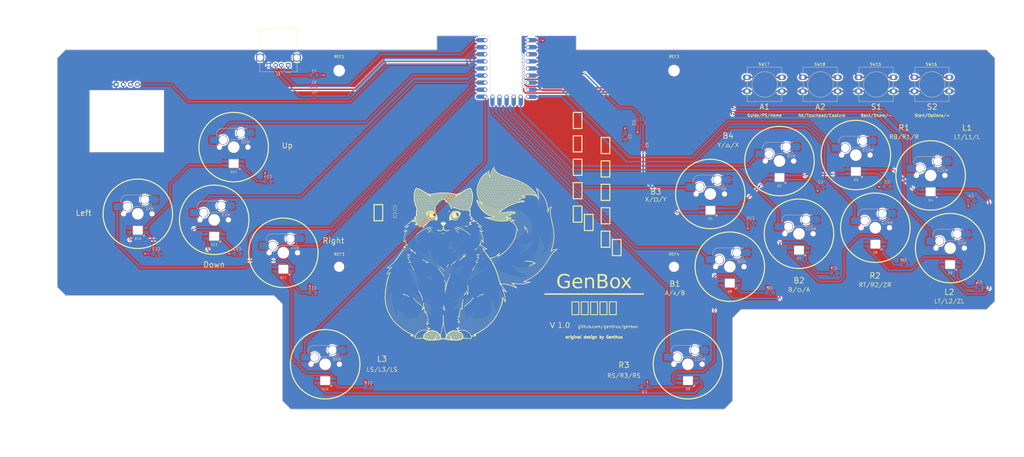
<source format=kicad_pcb>
(kicad_pcb (version 20221018) (generator pcbnew)
  (layers (0 "F.Cu" signal) (31 "B.Cu" signal) (34 "B.Paste" user) (35 "F.Paste" user) (36 "B.SilkS" user "B.Silkscreen") (37 "F.SilkS" user "F.Silkscreen") (38 "B.Mask" user) (39 "F.Mask" user) (44 "Edge.Cuts" user))
  (net 0 "")
  (net 1 "LEFT")
  (net 2 "GND")
  (net 3 "L2")
  (net 4 "DOWN")
  (net 5 "RIGHT")
  (net 6 "UP")
  (net 7 "L3")
  (net 8 "B3")
  (net 9 "B1")
  (net 10 "B4")
  (net 11 "R1")
  (net 12 "R3")
  (net 13 "B2")
  (net 14 "R2")
  (net 15 "L1")
  (net 16 "A2")
  (net 17 "A1")
  (net 18 "S2")
  (net 19 "S1")
  (net 20 "+5V")
  (net 21 "OLED SCL")
  (net 22 "OLED SDA")
  (net 24 "Net-(D1-DIN)")
  (net 25 "Net-(D1-DOUT)")
  (net 26 "Net-(D2-DOUT)")
  (net 27 "Net-(D3-DOUT)")
  (net 28 "Net-(D4-DOUT)")
  (net 29 "Net-(D5-DOUT)")
  (net 30 "Net-(D6-DOUT)")
  (net 31 "Net-(D7-DOUT)")
  (net 32 "Net-(D8-DOUT)")
  (net 33 "Net-(D10-DIN)")
  (net 34 "Net-(D10-DOUT)")
  (net 35 "Net-(D11-DOUT)")
  (net 36 "Net-(D12-DOUT)")
  (net 37 "Net-(D13-DOUT)")
  (net 39 "Net-(J1-VBUS)")
  (net 40 "Net-(J1-D-)")
  (net 41 "Net-(J1-D+)")
  (net 42 "USBA D-")
  (net 43 "USBA D+")
  (net 44 "Net-(U3-Y)")
  (net 45 "RGB LED")
  (footprint "haku:SK6812-MINI-E_MX" (layer "F.Cu") (at 364.528 91.93503)
    (fp_text reference "D4")
    (fp_text value "SK6812" hide)
    (fp_line (start -1.7 4.4) (end -1.7 7.4) (stroke (width 0.12)) (layer "Edge.Cuts"))
    (fp_line (start -1.7 7.4) (end 1.7 7.4) (stroke (width 0.12)) (layer "Edge.Cuts"))
    (fp_line (start 1.7 4.4) (end -1.7 4.4) (stroke (width 0.12)) (layer "Edge.Cuts"))
    (fp_line (start 1.7 7.4) (end 1.7 4.4) (stroke (width 0.12)) (layer "Edge.Cuts"))
  )
  (footprint "haku:SK6812-MINI-E_MX" (layer "F.Cu") (at 310.3478 86.78223)
    (fp_text reference "D2")
    (fp_text value "SK6812" hide)
    (fp_line (start -1.7 4.4) (end -1.7 7.4) (stroke (width 0.12)) (layer "Edge.Cuts"))
    (fp_line (start -1.7 7.4) (end 1.7 7.4) (stroke (width 0.12)) (layer "Edge.Cuts"))
    (fp_line (start 1.7 4.4) (end -1.7 4.4) (stroke (width 0.12)) (layer "Edge.Cuts"))
    (fp_line (start 1.7 7.4) (end 1.7 4.4) (stroke (width 0.12)) (layer "Edge.Cuts"))
  )
  (footprint "haku:SK6812-MINI-E_MX" (layer "F.Cu") (at 292.55 124.68)
    (fp_text reference "D8")
    (fp_text value "SK6812" hide)
    (fp_line (start -1.7 4.4) (end -1.7 7.4) (stroke (width 0.12)) (layer "Edge.Cuts"))
    (fp_line (start -1.7 7.4) (end 1.7 7.4) (stroke (width 0.12)) (layer "Edge.Cuts"))
    (fp_line (start 1.7 4.4) (end -1.7 4.4) (stroke (width 0.12)) (layer "Edge.Cuts"))
    (fp_line (start 1.7 7.4) (end 1.7 4.4) (stroke (width 0.12)) (layer "Edge.Cuts"))
  )
  (footprint "haku:SW_PUSH-12mm_centered" (layer "F.Cu") (at 365.05 59.28223)
    (fp_text reference "SW16")
    (fp_text value "SW_SPST")
  )
  (footprint "haku:SK6812-MINI-E_MX" (layer "F.Cu") (at 147.55 159.68003)
    (fp_text reference "D10")
    (fp_text value "SK6812" hide)
    (fp_line (start -1.7 4.4) (end -1.7 7.4) (stroke (width 0.12)) (layer "Edge.Cuts"))
    (fp_line (start -1.7 7.4) (end 1.7 7.4) (stroke (width 0.12)) (layer "Edge.Cuts"))
    (fp_line (start 1.7 4.4) (end -1.7 4.4) (stroke (width 0.12)) (layer "Edge.Cuts"))
    (fp_line (start 1.7 7.4) (end 1.7 4.4) (stroke (width 0.12)) (layer "Edge.Cuts"))
  )
  (footprint "haku:SK6812-MINI-E_MX" (layer "F.Cu") (at 317.336 112.86226)
    (fp_text reference "D7")
    (fp_text value "SK6812" hide)
    (fp_line (start -1.7 4.4) (end -1.7 7.4) (stroke (width 0.12)) (layer "Edge.Cuts"))
    (fp_line (start -1.7 7.4) (end 1.7 7.4) (stroke (width 0.12)) (layer "Edge.Cuts"))
    (fp_line (start 1.7 4.4) (end -1.7 4.4) (stroke (width 0.12)) (layer "Edge.Cuts"))
    (fp_line (start 1.7 7.4) (end 1.7 4.4) (stroke (width 0.12)) (layer "Edge.Cuts"))
  )
  (footprint "MountingHole:MountingHole_3.5mm" (layer "F.Cu") (at 152.55 124.72777)
    (fp_text reference "REF3")
    (fp_text value "MountingHole_3.5mm")
  )
  (footprint "haku:SK6812-MINI-E_MX" (layer "F.Cu") (at 132.55 119.68)
    (fp_text reference "D11")
    (fp_text value "SK6812" hide)
    (fp_line (start -1.7 4.4) (end -1.7 7.4) (stroke (width 0.12)) (layer "Edge.Cuts"))
    (fp_line (start -1.7 7.4) (end 1.7 7.4) (stroke (width 0.12)) (layer "Edge.Cuts"))
    (fp_line (start 1.7 4.4) (end -1.7 4.4) (stroke (width 0.12)) (layer "Edge.Cuts"))
    (fp_line (start 1.7 7.4) (end 1.7 4.4) (stroke (width 0.12)) (layer "Edge.Cuts"))
  )
  (footprint "haku:SK6812-MINI-E_MX" (layer "F.Cu") (at 80.39 105.70373)
    (fp_text reference "D13")
    (fp_text value "SK6812" hide)
    (fp_line (start -1.7 4.4) (end -1.7 7.4) (stroke (width 0.12)) (layer "Edge.Cuts"))
    (fp_line (start -1.7 7.4) (end 1.7 7.4) (stroke (width 0.12)) (layer "Edge.Cuts"))
    (fp_line (start 1.7 4.4) (end -1.7 4.4) (stroke (width 0.12)) (layer "Edge.Cuts"))
    (fp_line (start 1.7 7.4) (end 1.7 4.4) (stroke (width 0.12)) (layer "Edge.Cuts"))
  )
  (footprint "haku:SK6812-MINI-E_MX" (layer "F.Cu") (at 371.516 118.01508)
    (fp_text reference "D5")
    (fp_text value "SK6812" hide)
    (fp_line (start -1.7 4.4) (end -1.7 7.4) (stroke (width 0.12)) (layer "Edge.Cuts"))
    (fp_line (start -1.7 7.4) (end 1.7 7.4) (stroke (width 0.12)) (layer "Edge.Cuts"))
    (fp_line (start 1.7 4.4) (end -1.7 4.4) (stroke (width 0.12)) (layer "Edge.Cuts"))
    (fp_line (start 1.7 7.4) (end 1.7 4.4) (stroke (width 0.12)) (layer "Edge.Cuts"))
  )
  (footprint "haku:SK6812-MINI-E_MX" (layer "F.Cu") (at 114.7522 81.78223)
    (fp_text reference "D14")
    (fp_text value "SK6812" hide)
    (fp_line (start -1.7 4.4) (end -1.7 7.4) (stroke (width 0.12)) (layer "Edge.Cuts"))
    (fp_line (start -1.7 7.4) (end 1.7 7.4) (stroke (width 0.12)) (layer "Edge.Cuts"))
    (fp_line (start 1.7 4.4) (end -1.7 4.4) (stroke (width 0.12)) (layer "Edge.Cuts"))
    (fp_line (start 1.7 7.4) (end 1.7 4.4) (stroke (width 0.12)) (layer "Edge.Cuts"))
  )
  (footprint "Connector_USB:USB_A_Molex_67643_Horizontal" (layer "F.Cu") (at 134.3 52.39 180)
    (fp_text reference "J1")
    (fp_text value "USB_A")
  )
  (footprint "haku:SW_PUSH-12mm_centered" (layer "F.Cu") (at 325.05 59.28223)
    (fp_text reference "SW18")
    (fp_text value "SW_SPST")
  )
  (footprint "MountingHole:MountingHole_4mm" (layer "F.Cu") (at 152.55 54.33)
    (fp_text reference "REF1")
    (fp_text value "MountingHole_4mm")
  )
  (footprint "haku:hakuSilk" (layer "F.Cu") (at 200 120.867271)
    (fp_text reference "G***" hide)
    (fp_text value "LOGO" hide)
  )
  (footprint "haku:SK6812-MINI-E_MX" (layer "F.Cu") (at 277.55 159.68003)
    (fp_text reference "D9")
    (fp_text value "SK6812" hide)
    (fp_line (start -1.7 4.4) (end -1.7 7.4) (stroke (width 0.12)) (layer "Edge.Cuts"))
    (fp_line (start -1.7 7.4) (end 1.7 7.4) (stroke (width 0.12)) (layer "Edge.Cuts"))
    (fp_line (start 1.7 4.4) (end -1.7 4.4) (stroke (width 0.12)) (layer "Edge.Cuts"))
    (fp_line (start 1.7 7.4) (end 1.7 4.4) (stroke (width 0.12)) (layer "Edge.Cuts"))
  )
  (footprint "haku:SW_PUSH-12mm_centered" (layer "F.Cu") (at 305.05 59.28223)
    (fp_text reference "SW17")
    (fp_text value "SW_SPST")
  )
  (footprint "MountingHole:MountingHole_3.5mm" (layer "F.Cu") (at 272.55 124.72777)
    (fp_text reference "REF4")
    (fp_text value "MountingHole_3.5mm")
  )
  (footprint "haku:SW_PUSH-12mm_centered" (layer "F.Cu") (at 345.05 59.28223)
    (fp_text reference "SW15")
    (fp_text value "SW_SPST")
  )
  (footprint "haku:SK6812-MINI-E_MX" (layer "F.Cu") (at 344.71 110.70373)
    (fp_text reference "D6")
    (fp_text value "SK6812" hide)
    (fp_line (start -1.7 4.4) (end -1.7 7.4) (stroke (width 0.12)) (layer "Edge.Cuts"))
    (fp_line (start -1.7 7.4) (end 1.7 7.4) (stroke (width 0.12)) (layer "Edge.Cuts"))
    (fp_line (start 1.7 4.4) (end -1.7 4.4) (stroke (width 0.12)) (layer "Edge.Cuts"))
    (fp_line (start 1.7 7.4) (end 1.7 4.4) (stroke (width 0.12)) (layer "Edge.Cuts"))
  )
  (footprint "haku:SK6812-MINI-E_MX" (layer "F.Cu") (at 337.722 84.62373)
    (fp_text reference "D3")
    (fp_text value "SK6812" hide)
    (fp_line (start -1.7 4.4) (end -1.7 7.4) (stroke (width 0.12)) (layer "Edge.Cuts"))
    (fp_line (start -1.7 7.4) (end 1.7 7.4) (stroke (width 0.12)) (layer "Edge.Cuts"))
    (fp_line (start 1.7 4.4) (end -1.7 4.4) (stroke (width 0.12)) (layer "Edge.Cuts"))
    (fp_line (start 1.7 7.4) (end 1.7 4.4) (stroke (width 0.12)) (layer "Edge.Cuts"))
  )
  (footprint "haku:SK6812-MINI-E_MX" (layer "F.Cu") (at 107.764 107.86223)
    (fp_text reference "D12")
    (fp_text value "SK6812" hide)
    (fp_line (start -1.7 4.4) (end -1.7 7.4) (stroke (width 0.12)) (layer "Edge.Cuts"))
    (fp_line (start -1.7 7.4) (end 1.7 7.4) (stroke (width 0.12)) (layer "Edge.Cuts"))
    (fp_line (start 1.7 4.4) (end -1.7 4.4) (stroke (width 0.12)) (layer "Edge.Cuts"))
    (fp_line (start 1.7 7.4) (end 1.7 4.4) (stroke (width 0.12)) (layer "Edge.Cuts"))
  )
  (footprint "haku:SK6812-MINI-E_MX" (layer "F.Cu") (at 285.6 98.55)
    (fp_text reference "D1")
    (fp_text value "SK6812" hide)
    (fp_line (start -1.7 4.4) (end -1.7 7.4) (stroke (width 0.12)) (layer "Edge.Cuts"))
    (fp_line (start -1.7 7.4) (end 1.7 7.4) (stroke (width 0.12)) (layer "Edge.Cuts"))
    (fp_line (start 1.7 4.4) (end -1.7 4.4) (stroke (width 0.12)) (layer "Edge.Cuts"))
    (fp_line (start 1.7 7.4) (end 1.7 4.4) (stroke (width 0.12)) (layer "Edge.Cuts"))
  )
  (footprint "haku:OLED-128x64" (layer "F.Cu") (at 76.45 59.3)
    (fp_text reference "U1" hide)
    (fp_text value "DM-OLED096-636")
    (fp_rect (start -13.3 2.1) (end 13.3 24.3) (stroke (width 0.05)) (fill none) (layer "Edge.Cuts"))
  )
  (footprint "MountingHole:MountingHole_4mm" (layer "F.Cu") (at 272.55 54.33)
    (fp_text reference "REF2")
    (fp_text value "MountingHole_4mm")
  )
  (footprint "Capacitor_SMD:C_0805_2012Metric_Pad1.18x1.45mm_HandSolder" (layer "B.Cu") (at 87 120 180)
    (fp_text reference "C13")
    (fp_text value "100nF")
  )
  (footprint "PCM_marbastlib-mx:SW_MX_HS_1u" (layer "B.Cu") (at 317.336 112.86226 180)
    (fp_text reference "MX12")
    (fp_text value "MX_SW_HS")
  )
  (footprint "Capacitor_SMD:C_0805_2012Metric_Pad1.18x1.45mm_HandSolder" (layer "B.Cu") (at 127 94 180)
    (fp_text reference "C14")
    (fp_text value "100nF")
  )
  (footprint "Capacitor_SMD:C_0805_2012Metric_Pad1.18x1.45mm_HandSolder" (layer "B.Cu") (at 325 96 180)
    (fp_text reference "C2")
    (fp_text value "100nF")
  )
  (footprint "Capacitor_SMD:C_0805_2012Metric_Pad1.18x1.45mm_HandSolder" (layer "B.Cu") (at 379 101 180)
    (fp_text reference "C4")
    (fp_text value "100nF")
  )
  (footprint "Capacitor_SMD:C_0805_2012Metric_Pad1.18x1.45mm_HandSolder" (layer "B.Cu") (at 349 96 180)
    (fp_text reference "C3")
    (fp_text value "100nF")
  )
  (footprint "PCM_marbastlib-mx:SW_MX_HS_1u" (layer "B.Cu") (at 337.722 84.62373 180)
    (fp_text reference "MX10")
    (fp_text value "MX_SW_HS")
  )
  (footprint "PCM_marbastlib-mx:SW_MX_HS_1u" (layer "B.Cu") (at 371.516 118.01508 180)
    (fp_text reference "MX2")
    (fp_text value "MX_SW_HS")
  )
  (footprint "Capacitor_SMD:C_0805_2012Metric_Pad1.18x1.45mm_HandSolder" (layer "B.Cu") (at 382 132 180)
    (fp_text reference "C5")
    (fp_text value "100nF")
  )
  (footprint "Capacitor_SMD:C_0805_2012Metric_Pad1.18x1.45mm_HandSolder" (layer "B.Cu") (at 355.0375 124 180)
    (fp_text reference "C6")
    (fp_text value "100nF")
  )
  (footprint "PCM_marbastlib-mx:SW_MX_HS_1u" (layer "B.Cu") (at 292.55 124.68 180)
    (fp_text reference "MX8")
    (fp_text value "MX_SW_HS")
  )
  (footprint "PCM_marbastlib-mx:SW_MX_HS_1u" (layer "B.Cu") (at 80.39 105.70373 180)
    (fp_text reference "MX1")
    (fp_text value "MX_SW_HS")
  )
  (footprint "PCM_marbastlib-mx:SW_MX_HS_1u" (layer "B.Cu") (at 285.5619 98.60003 180)
    (fp_text reference "MX7")
    (fp_text value "MX_SW_HS")
  )
  (footprint "Fuse:Fuse_0805_2012Metric_Pad1.15x1.40mm_HandSolder" (layer "B.Cu") (at 143.5 56)
    (fp_text reference "F1")
    (fp_text value "1A")
  )
  (footprint "PCM_marbastlib-mx:SW_MX_HS_1u" (layer "B.Cu") (at 364.528 91.93503 180)
    (fp_text reference "MX14")
    (fp_text value "MX_SW_HS")
  )
  (footprint "PCM_marbastlib-mx:SW_MX_HS_1u" (layer "B.Cu") (at 147.55 159.68003 180)
    (fp_text reference "MX6")
    (fp_text value "MX_SW_HS")
  )
  (footprint "PCM_marbastlib-mx:SW_MX_HS_1u" (layer "B.Cu") (at 344.71 110.70373 180)
    (fp_text reference "MX13")
    (fp_text value "MX_SW_HS")
  )
  (footprint "Resistor_SMD:R_0603_1608Metric_Pad0.98x0.95mm_HandSolder" (layer "B.Cu") (at 261.5 81 90)
    (fp_text reference "R3")
    (fp_text value "22Ω")
  )
  (footprint "PCM_marbastlib-mx:SW_MX_HS_1u" (layer "B.Cu") (at 310.3478 86.78223 180)
    (fp_text reference "MX9")
    (fp_text value "MX_SW_HS")
  )
  (footprint "Capacitor_SMD:C_0805_2012Metric_Pad1.18x1.45mm_HandSolder" (layer "B.Cu") (at 116 120 180)
    (fp_text reference "C12")
    (fp_text value "100nF")
  )
  (footprint "Capacitor_SMD:C_0805_2012Metric_Pad1.18x1.45mm_HandSolder" (layer "B.Cu") (at 330 127 180)
    (fp_text reference "C7")
    (fp_text value "100nF")
  )
  (footprint "Capacitor_SMD:C_0805_2012Metric_Pad1.18x1.45mm_HandSolder" (layer "B.Cu") (at 300 109 180)
    (fp_text reference "C15")
    (fp_text value "100nF")
  )
  (footprint "Package_TO_SOT_SMD:SOT-23-5" (layer "B.Cu") (at 260.5 73 -90)
    (fp_text reference "U3")
    (fp_text value "SN74LV1T34DBV")
  )
  (footprint "Capacitor_SMD:C_0805_2012Metric_Pad1.18x1.45mm_HandSolder" (layer "B.Cu") (at 262 168)
    (fp_text reference "C9")
    (fp_text value "100nF")
  )
  (footprint "PCM_marbastlib-mx:SW_MX_HS_1u" (layer "B.Cu") (at 277.55 159.68003 180)
    (fp_text reference "MX11")
    (fp_text value "MX_SW_HS")
  )
  (footprint "Capacitor_SMD:C_0805_2012Metric_Pad1.18x1.45mm_HandSolder" (layer "B.Cu") (at 143 134 180)
    (fp_text reference "C11")
    (fp_text value "100nF")
  )
  (footprint "PCM_marbastlib-mx:SW_MX_HS_1u" (layer "B.Cu") (at 114.7522 81.78223 180)
    (fp_text reference "MX5")
    (fp_text value "MX_SW_HS")
  )
  (footprint "Capacitor_SMD:C_0805_2012Metric_Pad1.18x1.45mm_HandSolder" (layer "B.Cu") (at 163 168 180)
    (fp_text reference "C10")
    (fp_text value "100nF")
  )
  (footprint "Capacitor_SMD:C_0805_2012Metric_Pad1.18x1.45mm_HandSolder" (layer "B.Cu") (at 255 78 90)
    (fp_text reference "C1")
    (fp_text value "100nF")
  )
  (footprint "PCM_marbastlib-mx:SW_MX_HS_1u" (layer "B.Cu") (at 107.764 107.86223 180)
    (fp_text reference "MX3")
    (fp_text value "MX_SW_HS")
  )
  (footprint "Resistor_SMD:R_0603_1608Metric_Pad0.98x0.95mm_HandSolder" (layer "B.Cu") (at 143.5 60 180)
    (fp_text reference "R1")
    (fp_text value "22Ω")
  )
  (footprint "Capacitor_SMD:C_0805_2012Metric_Pad1.18x1.45mm_HandSolder" (layer "B.Cu") (at 307 134 180)
    (fp_text reference "C8")
    (fp_text value "100nF")
  )
  (footprint "haku:rp2040-zero-tht-pads" (layer "B.Cu") (at 212.55 53.56 180)
    (fp_text reference "U2" hide)
    (fp_text value "rp2040-zero" hide)
    (fp_line (start -5.334 -9.25) (end 6 -9.25) (stroke (width 0.12)) (layer "Edge.Cuts"))
    (fp_line (start -5.334 11.75) (end -5.334 -9.25) (stroke (width 0.12)) (layer "Edge.Cuts"))
    (fp_line (start 6 -9.25) (end 6 11.75) (stroke (width 0.12)) (layer "Edge.Cuts"))
  )
  (footprint "Resistor_SMD:R_0603_1608Metric_Pad0.98x0.95mm_HandSolder" (layer "B.Cu") (at 143.5875 63.5)
    (fp_text reference "R2")
    (fp_text value "22Ω")
  )
  (footprint "PCM_marbastlib-mx:SW_MX_HS_1u" (layer "B.Cu") (at 132.55 119.68 180)
    (fp_text reference "MX4")
    (fp_text value "MX_SW_HS")
  )
  (gr_circle locked (center 114.7522 81.78223) (end 127.2022 81.78223) (stroke (width 0.4)) (fill none) (layer "F.SilkS"))
  (gr_circle locked (center 80.39 105.70373) (end 92.84 105.70373) (stroke (width 0.4)) (fill none) (layer "F.SilkS"))
  (gr_circle locked (center 147.55 159.68003) (end 160 159.68003) (stroke (width 0.4)) (fill none) (layer "F.SilkS"))
  (gr_line (start 261.5375 134.5) (end 226.2875 134.5) (stroke (width 0.5)) (layer "F.SilkS"))
  (gr_circle locked (center 310.3478 86.78223) (end 322.7978 86.78223) (stroke (width 0.4)) (fill none) (layer "F.SilkS"))
  (gr_circle locked (center 292.55 124.68) (end 305 124.68) (stroke (width 0.4)) (fill none) (layer "F.SilkS"))
  (gr_circle locked (center 317.336 112.86226) (end 329.786 112.86226) (stroke (width 0.4)) (fill none) (layer "F.SilkS"))
  (gr_circle locked (center 364.528 91.93503) (end 376.978 91.93503) (stroke (width 0.4)) (fill none) (layer "F.SilkS"))
  (gr_circle locked (center 107.764 107.86223) (end 120.214 107.86223) (stroke (width 0.4)) (fill none) (layer "F.SilkS"))
  (gr_circle locked (center 337.722 84.62373) (end 350.172 84.62373) (stroke (width 0.4)) (fill none) (layer "F.SilkS"))
  (gr_circle locked (center 277.55 159.68003) (end 290 159.68003) (stroke (width 0.4)) (fill none) (layer "F.SilkS"))
  (gr_circle locked (center 285.5619 98.60003) (end 298.0119 98.60003) (stroke (width 0.4)) (fill none) (layer "F.SilkS"))
  (gr_circle locked (center 344.71 110.70373) (end 357.16 110.70373) (stroke (width 0.4)) (fill none) (layer "F.SilkS"))
  (gr_circle locked (center 132.55 119.68) (end 145 119.68) (stroke (width 0.4)) (fill none) (layer "F.SilkS"))
  (gr_circle locked (center 371.516 118.01508) (end 383.966 118.01508) (stroke (width 0.4)) (fill none) (layer "F.SilkS"))
  (gr_line locked (start 54.546 46.83) (end 51.546 49.83) (stroke (width 0.2)) (layer "Edge.Cuts"))
  (gr_line locked (start 187.55 46.83) (end 54.546 46.83) (stroke (width 0.2)) (layer "Edge.Cuts"))
  (gr_line locked (start 387.546 137.0688) (end 387.546 49.83) (stroke (width 0.2)) (layer "Edge.Cuts"))
  (gr_line locked (start 384.546 46.83) (end 237.55 46.83) (stroke (width 0.2)) (layer "Edge.Cuts"))
  (gr_line locked (start 290.55 175.83) (end 293.55 172.83) (stroke (width 0.2)) (layer "Edge.Cuts"))
  (gr_line locked (start 135.209 175.83) (end 290.55 175.83) (stroke (width 0.2)) (layer "Edge.Cuts"))
  (gr_line locked (start 296.55 140.0688) (end 384.546 140.0688) (stroke (width 0.2)) (layer "Edge.Cuts"))
  (gr_line locked (start 293.55 172.83) (end 293.55 143.0688) (stroke (width 0.2)) (layer "Edge.Cuts"))
  (gr_line locked (start 51.546 49.83) (end 51.546 132.0688) (stroke (width 0.2)) (layer "Edge.Cuts"))
  (gr_line locked (start 293.55 143.0688) (end 296.55 140.0688) (stroke (width 0.2)) (layer "Edge.Cuts"))
  (gr_line (start 217.884 41.81) (end 237.55 41.81) (stroke (width 0.1)) (layer "Edge.Cuts"))
  (gr_line (start 237.55 46.83) (end 237.55 41.81) (stroke (width 0.2)) (layer "Edge.Cuts"))
  (gr_line locked (start 132.209 138.0688) (end 132.209 172.83) (stroke (width 0.2)) (layer "Edge.Cuts"))
  (gr_line locked (start 54.546 135.0688) (end 129.209 135.0688) (stroke (width 0.2)) (layer "Edge.Cuts"))
  (gr_line locked (start 129.209 135.0688) (end 132.209 138.0688) (stroke (width 0.2)) (layer "Edge.Cuts"))
  (gr_line locked (start 51.546 132.0688) (end 54.546 135.0688) (stroke (width 0.2)) (layer "Edge.Cuts"))
  (gr_line locked (start 384.546 140.0688) (end 387.546 137.0688) (stroke (width 0.2)) (layer "Edge.Cuts"))
  (gr_line locked (start 387.546 49.83) (end 384.546 46.83) (stroke (width 0.2)) (layer "Edge.Cuts"))
  (gr_line (start 187.55 41.81) (end 187.55 46.83) (stroke (width 0.2)) (layer "Edge.Cuts"))
  (gr_line (start 206.55 41.81) (end 187.55 41.81) (stroke (width 0.2)) (layer "Edge.Cuts"))
  (gr_line locked (start 132.209 172.83) (end 135.209 175.83) (stroke (width 0.2)) (layer "Edge.Cuts"))
  (gr_text locked "Guide/PS/Home" (at 305 71) (layer "F.SilkS") (effects (font (size 1 1) (thickness 0.1875)) (justify bottom)))
  (gr_text locked "B4" (at 291.95 78.9) (layer "F.SilkS") (effects (font (size 2 2) (thickness 0.25)) (justify bottom)))
  (gr_text "は\nく" (at 172.5 107) (layer "F.SilkS") (effects (font (size 1.5 1.5)) (justify bottom)))
  (gr_text locked "X/□/Y" (at 266 101.4) (layer "F.SilkS") (effects (font (size 1.5 1.5) (thickness 0.1875)) (justify bottom)))
  (gr_text locked "NA/Touchpad/Capture" (at 325.5 71) (layer "F.SilkS") (effects (font (size 1 1) (thickness 0.1875)) (justify bottom)))
  (gr_text "github.com/genthus/genbox" (at 238.0375 146.75) (layer "F.SilkS") (effects (font (size 1 1)) (justify left bottom)))
  (gr_text locked "R3" (at 254.6 161.15) (layer "F.SilkS") (effects (font (size 2 2) (thickness 0.25)) (justify bottom)))
  (gr_text locked "LT/L1/L" (at 377.55 79.05) (layer "F.SilkS") (effects (font (size 1.5 1.5) (thickness 0.1875)) (justify bottom)))
  (gr_text locked "Start/Options/+" (at 365.05 71) (layer "F.SilkS") (effects (font (size 1 1) (thickness 0.1875)) (justify bottom)))
  (gr_text locked "A/x/B" (at 272.9 135) (layer "F.SilkS") (effects (font (size 1.5 1.5) (thickness 0.1875)) (justify bottom)))
  (gr_text locked "S2" (at 365.05 68.5) (layer "F.SilkS") (effects (font (size 2 2) (thickness 0.25)) (justify bottom)))
  (gr_text "original design by Genthus\n" (at 243.9125 150.5) (layer "F.SilkS") (effects (font (size 1 1) (thickness 0.25) bold) (justify bottom)))
  (gr_text locked "Left" (at 58 106.55) (layer "F.SilkS") (effects (font (size 2 2) (thickness 0.25)) (justify left bottom)))
  (gr_text locked "R1" (at 355 76) (layer "F.SilkS") (effects (font (size 2 2) (thickness 0.25)) (justify bottom)))
  (gr_text "戦\nい\nの\n中\nに" (at 248 117.5) (layer "F.SilkS") (effects (font (size 5 5) (thickness 1) bold) (justify bottom)))
  (gr_text "答\nえ\nは\nあ\nる" (at 238 108.5) (layer "F.SilkS") (effects (font (size 5 5) (thickness 1) bold) (justify bottom)))
  (gr_text locked "Right" (at 146.5 116.5) (layer "F.SilkS") (effects (font (size 2 2) (thickness 0.25)) (justify left bottom)))
  (gr_text locked "B1" (at 272.9 132) (layer "F.SilkS") (effects (font (size 2 2) (thickness 0.25)) (justify bottom)))
  (gr_text locked "L1" (at 377.55 76.05) (layer "F.SilkS") (effects (font (size 2 2) (thickness 0.25)) (justify bottom)))
  (gr_text locked "RT/R2/ZR" (at 344.6 132.1) (layer "F.SilkS") (effects (font (size 1.5 1.5) (thickness 0.1875)) (justify bottom)))
  (gr_text locked "A1" (at 305 68.5) (layer "F.SilkS") (effects (font (size 2 2) (thickness 0.25)) (justify bottom)))
  (gr_text locked "B2\n" (at 317.35 130.8) (layer "F.SilkS") (effects (font (size 2 2) (thickness 0.25)) (justify bottom)))
  (gr_text locked "Down" (at 103.7 125.1) (layer "F.SilkS") (effects (font (size 2 2) (thickness 0.25)) (justify left bottom)))
  (gr_text "ゲンボクス" (at 243.9125 141.75) (layer "F.SilkS") (effects (font (size 4 4) (thickness 0.8) bold) (justify bottom)))
  (gr_text locked "S1" (at 345.05 68.5) (layer "F.SilkS") (effects (font (size 2 2) (thickness 0.25)) (justify bottom)))
  (gr_text locked "L2" (at 371.2 134.95) (layer "F.SilkS") (effects (font (size 2 2) (thickness 0.25)) (justify bottom)))
  (gr_text locked "LS/L3/LS" (at 167.9 162.45) (layer "F.SilkS") (effects (font (size 1.5 1.5) (thickness 0.1875)) (justify bottom)))
  (gr_text "白" (at 164.5 108) (layer "F.SilkS") (effects (font (size 5 5)) (justify left bottom)))
  (gr_text locked "Up" (at 131.85 82.35) (layer "F.SilkS") (effects (font (size 2 2) (thickness 0.25)) (justify left bottom)))
  (gr_text locked "R2" (at 344.6 129.1) (layer "F.SilkS") (effects (font (size 2 2) (thickness 0.25)) (justify bottom)))
  (gr_text "V 1.0" (at 228.0375 147) (layer "F.SilkS") (effects (font (size 2 2) (thickness 0.25)) (justify left bottom)))
  (gr_text locked "RB/R1/R" (at 355 79) (layer "F.SilkS") (effects (font (size 1.5 1.5) (thickness 0.1875)) (justify bottom)))
  (gr_text locked "RS/R3/RS" (at 254.6 164.65) (layer "F.SilkS") (effects (font (size 1.5 1.5) (thickness 0.1875)) (justify bottom)))
  (gr_text locked "B/○/A" (at 317.35 133.8) (layer "F.SilkS") (effects (font (size 1.5 1.5) (thickness 0.1875)) (justify bottom)))
  (gr_text locked "Back/Share/-" (at 345.05 71) (layer "F.SilkS") (effects (font (size 1 1) (thickness 0.1875)) (justify bottom)))
  (gr_text locked "A2" (at 325 68.5) (layer "F.SilkS") (effects (font (size 2 2) (thickness 0.25)) (justify bottom)))
  (gr_text locked "L3" (at 167.9 158.95) (layer "F.SilkS") (effects (font (size 2 2) (thickness 0.25)) (justify bottom)))
  (gr_text locked "B3" (at 266 98.9) (layer "F.SilkS") (effects (font (size 2 2) (thickness 0.25)) (justify bottom)))
  (gr_text locked "Y/△/X" (at 291.95 81.9) (layer "F.SilkS") (effects (font (size 1.5 1.5) (thickness 0.1875)) (justify bottom)))
  (gr_text "。" (at 242 111.5) (layer "F.SilkS") (effects (font (size 5 5) (thickness 1) bold) (justify bottom)))
  (gr_text "、" (at 252 120.5) (layer "F.SilkS") (effects (font (size 5 5) (thickness 1) bold) (justify bottom)))
  (gr_text locked "LT/L2/ZL" (at 371.2 137.95) (layer "F.SilkS") (effects (font (size 1.5 1.5) (thickness 0.1875)) (justify bottom)))
  (gr_text "GenBox" (at 243.9125 133.25) (layer "F.SilkS") (effects (font (size 5 5) (thickness 0.625)) (justify bottom)))
  (segment (start 201.36 58.64) (end 149.5 110.5) (width 0.5) (layer "B.Cu") (net 1))
  (segment (start 120.5 123.5) (end 119 125) (width 0.5) (layer "B.Cu") (net 1))
  (segment (start 149.5 110.5) (end 124 110.5) (width 0.5) (layer "B.Cu") (net 1))
  (segment (start 119 125) (end 81.5 125) (width 0.5) (layer "B.Cu") (net 1))
  (segment (start 81.5 125) (end 73.03 116.53) (width 0.5) (layer "B.Cu") (net 1))
  (segment (start 73.03 116.53) (end 73.03 103.16373) (width 0.5) (layer "B.Cu") (net 1))
  (segment (start 120.5 114) (end 120.5 123.5) (width 0.5) (layer "B.Cu") (net 1))
  (segment (start 124 110.5) (end 120.5 114) (width 0.5) (layer "B.Cu") (net 1))
  (segment (start 204.93 58.64) (end 201.36 58.64) (width 0.5) (layer "B.Cu") (net 1))
  (segment (start 218.646 47.604) (end 218.75 47.5) (width 0.5) (layer "B.Cu") (net 2))
  (segment (start 261.45 71.8625) (end 261.45 70.3) (width 0.5) (layer "B.Cu") (net 2))
  (segment (start 218.646 48.804) (end 218.646 47.604) (width 0.5) (layer "B.Cu") (net 2))
  (segment (start 218.646 61.646) (end 218.646 60.234) (width 0.5) (layer "F.Cu") (net 3))
  (segment (start 219.38 62.38) (end 218.646 61.646) (width 0.5) (layer "F.Cu") (net 3))
  (segment (start 285.88 62.38) (end 219.38 62.38) (width 0.5) (layer "F.Cu") (net 3))
  (segment (start 293.5 70) (end 285.88 62.38) (width 0.5) (layer "F.Cu") (net 3))
  (via (at 293.5 70) (size 0.8) (drill 0.4) (layers "F.Cu" "B.Cu") (net 3))
  (segment (start 364.156 111.656) (end 364.156 115.47508) (width 0.5) (layer "B.Cu") (net 3))
  (segment (start 355 102.5) (end 364.156 111.656) (width 0.5) (layer "B.Cu") (net 3))
  (segment (start 345 70) (end 355 80) (width 0.5) (layer "B.Cu") (net 3))
  (segment (start 293.5 70) (end 345 70) (width 0.5) (layer "B.Cu") (net 3))
  (segment (start 355 80) (end 355 102.5) (width 0.5) (layer "B.Cu") (net 3))
  (segment (start 179.818172 58.5) (end 138.818172 99.5) (width 0.5) (layer "B.Cu") (net 4))
  (segment (start 199 58.5) (end 179.818172 58.5) (width 0.5) (layer "B.Cu") (net 4))
  (segment (start 138.818172 99.5) (end 106.22623 99.5) (width 0.5) (layer "B.Cu") (net 4))
  (segment (start 201.4 56.1) (end 199 58.5) (width 0.5) (layer "B.Cu") (net 4))
  (segment (start 204.93 56.1) (end 201.4 56.1) (width 0.5) (layer "B.Cu") (net 4))
  (segment (start 106.22623 99.5) (end 100.404 105.32223) (width 0.5) (layer "B.Cu") (net 4))
  (segment (start 201.32 61.18) (end 145.36 117.14) (width 0.5) (layer "B.Cu") (net 5))
  (segment (start 204.93 61.18) (end 201.32 61.18) (width 0.5) (layer "B.Cu") (net 5))
  (segment (start 145.36 117.14) (end 125.19 117.14) (width 0.5) (layer "B.Cu") (net 5))
  (segment (start 201 53.5) (end 198.5 56) (width 0.5) (layer "B.Cu") (net 6))
  (segment (start 179.01005 56) (end 162.01005 73) (width 0.5) (layer "B.Cu") (net 6))
  (segment (start 113.63443 73) (end 107.3922 79.24223) (width 0.5) (layer "B.Cu") (net 6))
  (segment (start 204.93 53.56) (end 204.87 53.5) (width 0.5) (layer "B.Cu") (net 6))
  (segment (start 162.01005 73) (end 113.63443 73) (width 0.5) (layer "B.Cu") (net 6))
  (segment (start 204.87 53.5) (end 201 53.5) (width 0.5) (layer "B.Cu") (net 6))
  (segment (start 198.5 56) (end 179.01005 56) (width 0.5) (layer "B.Cu") (net 6))
  (segment (start 204.93 87.07) (end 140.19 151.81) (width 0.5) (layer "B.Cu") (net 7))
  (segment (start 140.19 151.81) (end 140.19 157.14003) (width 0.5) (layer "B.Cu") (net 7))
  (segment (start 204.93 63.72) (end 204.93 87.07) (width 0.5) (layer "B.Cu") (net 7))
  (segment (start 239.56003 96.06003) (end 278.2019 96.06003) (width 0.5) (layer "B.Cu") (net 8))
  (segment (start 212.55 63.72) (end 212.55 69.05) (width 0.5) (layer "B.Cu") (net 8))
  (segment (start 212.55 69.05) (end 239.56003 96.06003) (width 0.5) (layer "B.Cu") (net 8))
  (segment (start 259 118) (end 281.05 118) (width 0.5) (layer "B.Cu") (net 9))
  (segment (start 210.01 69.01) (end 259 118) (width 0.5) (layer "B.Cu") (net 9))
  (segment (start 281.05 118) (end 285.19 122.14) (width 0.5) (layer "B.Cu") (net 9))
  (segment (start 210.01 63.72) (end 210.01 69.01) (width 0.5) (layer "B.Cu") (net 9))
  (segment (start 217.63 69.13) (end 237 88.5) (width 0.5) (layer "B.Cu") (net 10))
  (segment (start 298.73003 88.5) (end 302.9878 84.24223) (width 0.5) (layer "B.Cu") (net 10))
  (segment (start 217.63 63.72) (end 217.63 69.13) (width 0.5) (layer "B.Cu") (net 10))
  (segment (start 237 88.5) (end 298.73003 88.5) (width 0.5) (layer "B.Cu") (net 10))
  (segment (start 292 72.5) (end 320.77827 72.5) (width 0.5) (layer "B.Cu") (net 11))
  (segment (start 320.77827 72.5) (end 330.362 82.08373) (width 0.5) (layer "B.Cu") (net 11))
  (segment (start 232.18 61.18) (end 256.5 85.5) (width 0.5) (layer "B.Cu") (net 11))
  (segment (start 256.5 85.5) (end 279 85.5) (width 0.5) (layer "B.Cu") (net 11))
  (segment (start 220.17 61.18) (end 232.18 61.18) (width 0.5) (layer "B.Cu") (net 11))
  (segment (start 279 85.5) (end 292 72.5) (width 0.5) (layer "B.Cu") (net 11))
  (segment (start 207.47 63.72) (end 207.47 69.47) (width 0.5) (layer "B.Cu") (net 12))
  (segment (start 207.47 69.47) (end 270.19 132.19) (width 0.5) (layer "B.Cu") (net 12))
  (segment (start 270.19 132.19) (end 270.19 157.14003) (width 0.5) (layer "B.Cu") (net 12))
  (segment (start 295.5 90) (end 309.976 104.476) (width 0.5) (layer "B.Cu") (net 13))
  (segment (start 309.976 104.476) (end 309.976 110.32226) (width 0.5) (layer "B.Cu") (net 13))
  (segment (start 215.09 69.09) (end 236 90) (width 0.5) (layer "B.Cu") (net 13))
  (segment (start 236 90) (end 295.5 90) (width 0.5) (layer "B.Cu") (net 13))
  (segment (start 215.09 63.72) (end 215.09 69.09) (width 0.5) (layer "B.Cu") (net 13))
  (segment (start 326.5 92) (end 337.35 102.85) (width 0.5) (layer "B.Cu") (net 14))
  (segment (start 255.5 87) (end 280 87) (width 0.5) (layer "B.Cu") (net 14))
  (segment (start 320 74.5) (end 326.5 81) (width 0.5) (layer "B.Cu") (net 14))
  (segment (start 292.5 74.5) (end 320 74.5) (width 0.5) (layer "B.Cu") (net 14))
  (segment (start 280 87) (end 292.5 74.5) (width 0.5) (layer "B.Cu") (net 14))
  (segment (start 232.22 63.72) (end 255.5 87) (width 0.5) (layer "B.Cu") (net 14))
  (segment (start 326.5 81) (end 326.5 92) (width 0.5) (layer "B.Cu") (net 14))
  (segment (start 220.17 63.72) (end 232.22 63.72) (width 0.5) (layer "B.Cu") (net 14))
  (segment (start 337.35 102.85) (end 337.35 108.16373) (width 0.5) (layer "B.Cu") (net 14))
  (segment (start 219.757751 59.98) (end 218.741751 58.964) (width 0.5) (layer "F.Cu") (net 15))
  (segment (start 287.5 61.5) (end 225.343528 61.5) (width 0.5) (layer "F.Cu") (net 15))
  (segment (start 218.741751 58.964) (end 218.646 58.964) (width 0.5) (layer "F.Cu") (net 15))
  (segment (start 223.823528 59.98) (end 219.757751 59.98) (width 0.5) (layer "F.Cu") (net 15))
  (segment (start 225.343528 61.5) (end 223.823528 59.98) (width 0.5) (layer "F.Cu") (net 15))
  (segment (start 294 68) (end 287.5 61.5) (width 0.5) (layer "F.Cu") (net 15))
  (via (at 294 68) (size 0.8) (drill 0.4) (layers "F.Cu" "B.Cu") (net 15))
  (segment (start 294 68) (end 347 68) (width 0.5) (layer "B.Cu") (net 15))
  (segment (start 357.168 78.168) (end 357.168 89.39503) (width 0.5) (layer "B.Cu") (net 15))
  (segment (start 347 68) (end 357.168 78.168) (width 0.5) (layer "B.Cu") (net 15))
  (segment (start 223.98 51.02) (end 226.5 48.5) (width 0.5) (layer "F.Cu") (net 16))
  (segment (start 226.5 48.5) (end 350.45777 48.5) (width 0.5) (layer "F.Cu") (net 16))
  (segment (start 358.7 56.74223) (end 371.2 56.74223) (width 0.5) (layer "F.Cu") (net 16))
  (segment (start 220.17 51.02) (end 223.98 51.02) (width 0.5) (layer "F.Cu") (net 16))
  (segment (start 350.45777 48.5) (end 358.7 56.74223) (width 0.5) (layer "F.Cu") (net 16))
  (segment (start 220.17 53.56) (end 220.61 54) (width 0.5) (layer "F.Cu") (net 17))
  (segment (start 338.7 56.74223) (end 351.2 56.74223) (width 0.5) (layer "F.Cu") (net 17))
  (segment (start 220.61 54) (end 223.5 54) (width 0.5) (layer "F.Cu") (net 17))
  (segment (start 331.45777 49.5) (end 338.7 56.74223) (width 0.5) (layer "F.Cu") (net 17))
  (segment (start 223.5 54) (end 228 49.5) (width 0.5) (layer "F.Cu") (net 17))
  (segment (start 228 49.5) (end 331.45777 49.5) (width 0.5) (layer "F.Cu") (net 17))
  (segment (start 223.4 56.1) (end 225.5 54) (width 0.5) (layer "F.Cu") (net 18))
  (segment (start 316.45777 54.5) (end 318.7 56.74223) (width 0.5) (layer "F.Cu") (net 18))
  (segment (start 292.449343 59.5) (end 297.449343 54.5) (width 0.5) (layer "F.Cu") (net 18))
  (segment (start 225.5 54) (end 241.207291 54) (width 0.5) (layer "F.Cu") (net 18))
  (segment (start 241.207291 54) (end 246.707291 59.5) (width 0.5) (layer "F.Cu") (net 18))
  (segment (start 220.17 56.1) (end 223.4 56.1) (width 0.5) (layer "F.Cu") (net 18))
  (segment (start 318.7 56.74223) (end 331.2 56.74223) (width 0.5) (layer "F.Cu") (net 18))
  (segment (start 297.449343 54.5) (end 316.45777 54.5) (width 0.5) (layer "F.Cu") (net 18))
  (segment (start 246.707291 59.5) (end 292.449343 59.5) (width 0.5) (layer "F.Cu") (net 18))
  (segment (start 298.7 56.74223) (end 311.2 56.74223) (width 0.5) (layer "F.Cu") (net 19))
  (segment (start 223.86 58.64) (end 225.72 60.5) (width 0.5) (layer "F.Cu") (net 19))
  (segment (start 294.94223 60.5) (end 298.7 56.74223) (width 0.5) (layer "F.Cu") (net 19))
  (segment (start 225.72 60.5) (end 294.94223 60.5) (width 0.5) (layer "F.Cu") (net 19))
  (segment (start 220.17 58.64) (end 223.86 58.64) (width 0.5) (layer "F.Cu") (net 19))
  (segment (start 329 125) (end 329 123.5) (width 0.5) (layer "F.Cu") (net 20))
  (segment (start 346 96) (end 344.5 96) (width 0.5) (layer "F.Cu") (net 20))
  (segment (start 162 166) (end 162 165) (width 0.5) (layer "F.Cu") (net 20))
  (segment (start 354 122) (end 354 121) (width 0.5) (layer "F.Cu") (net 20))
  (segment (start 83 120) (end 81.5 120) (width 0.5) (layer "F.Cu") (net 20))
  (segment (start 255 75) (end 255 64) (width 0.5) (layer "F.Cu") (net 20))
  (segment (start 299 111) (end 299 112) (width 0.5) (layer "F.Cu") (net 20))
  (segment (start 378 103) (end 378 104.5) (width 0.5) (layer "F.Cu") (net 20))
  (segment (start 263 166) (end 263 164) (width 0.5) (layer "F.Cu") (net 20))
  (segment (start 113 120) (end 112 120) (width 0.5) (layer "F.Cu") (net 20))
  (segment (start 259.5 76.5) (end 266 76.5) (width 0.5) (layer "F.Cu") (net 20))
  (segment (start 306 132) (end 306 130.5) (width 0.5) (layer "F.Cu") (net 20))
  (segment (start 142 131.5) (end 142 130) (width 0.5) (layer "F.Cu") (net 20))
  (segment (start 324 97.5) (end 324 98.5) (width 0.5) (layer "F.Cu") (net 20))
  (segment (start 381 130.5) (end 381 129) (width 0.5) (layer "F.Cu") (net 20))
  (segment (start 126 91) (end 126 90) (width 0.5) (layer "F.Cu") (net 20))
  (via (at 378 103) (size 0.8) (drill 0.4) (layers "F.Cu" "B.Cu") (net 20))
  (via (at 147 56) (size 0.8) (drill 0.4) (layers "F.Cu" "B.Cu") (net 20))
  (via (at 259.5 76.5) (size 0.8) (drill 0.4) (layers "F.Cu" "B.Cu") (net 20))
  (via (at 126 91) (size 0.8) (drill 0.4) (layers "F.Cu" "B.Cu") (net 20))
  (via (at 324 97.5) (size 0.8) (drill 0.4) (layers "F.Cu" "B.Cu") (net 20))
  (via (at 225.5 43.5) (size 0.8) (drill 0.4) (layers "F.Cu" "B.Cu") (net 20))
  (via (at 306 132) (size 0.8) (drill 0.4) (layers "F.Cu" "B.Cu") (net 20))
  (via (at 354 122) (size 0.8) (drill 0.4) (layers "F.Cu" "B.Cu") (net 20))
  (via (at 329 125) (size 0.8) (drill 0.4) (layers "F.Cu" "B.Cu") (net 20))
  (via (at 346 96) (size 0.8) (drill 0.4) (layers "F.Cu" "B.Cu") (net 20))
  (via (at 113 120) (size 0.8) (drill 0.4) (layers "F.Cu" "B.Cu") (net 20))
  (via (at 162 166) (size 0.8) (drill 0.4) (layers "F.Cu" "B.Cu") (net 20))
  (via (at 255 75) (size 0.8) (drill 0.4) (layers "F.Cu" "B.Cu") (net 20))
  (via (at 142 131.5) (size 0.8) (drill 0.4) (layers "F.Cu" "B.Cu") (net 20))
  (via (at 381 130.5) (size 0.8) (drill 0.4) (layers "F.Cu" "B.Cu") (net 20))
  (via (at 263 166) (size 0.8) (drill 0.4) (layers "F.Cu" "B.Cu") (net 20))
  (via (at 83 120) (size 0.8) (drill 0.4) (layers "F.Cu" "B.Cu") (net 20))
  (via (at 299 111) (size 0.8) (drill 0.4) (layers "F.Cu" "B.Cu") (net 20))
  (segment (start 139 134) (end 141.9625 134) (width 0.5) (layer "B.Cu") (net 20))
  (segment (start 380.9625 130.5375) (end 381 130.5) (width 0.5) (layer "B.Cu") (net 20))
  (segment (start 161.9625 168) (end 161.9625 166.0375) (width 0.5) (layer "B.Cu") (net 20))
  (segment (start 354 124) (end 354 122) (width 0.5) (layer "B.Cu") (net 20))
  (segment (start 305.9625 132.0375) (end 306 132) (width 0.5) (layer "B.Cu") (net 20))
  (segment (start 295.1625 105.2) (end 298.9625 109) (width 0.5) (layer "B.Cu") (net 20))
  (segment (start 328.9625 127) (end 328.9625 125.0375) (width 0.5) (layer "B.Cu") (net 20))
  (segment (start 135.1 126.33) (end 135.1 130.1) (width 0.5) (layer "B.Cu") (net 20))
  (segment (start 123.21997 94) (end 117.6522 88.43223) (width 0.5) (layer "B.Cu") (net 20))
  (segment (start 259.55 76.45) (end 259.5 76.5) (width 0.5) (layer "B.Cu") (net 20))
  (segment (start 348 93.5) (end 347.9625 93.5375) (width 0.5) (layer "B.Cu") (net 20))
  (segment (start 340.622 91.27373) (end 345.77373 91.27373) (width 0.5) (layer "B.Cu") (net 20))
  (segment (start 380.9625 132) (end 380.9625 130.5375) (width 0.5) (layer "B.Cu") (net 20))
  (segment (start 328.9625 125.0375) (end 329 125) (width 0.5) (layer "B.Cu") (net 20))
  (segment (start 225.5 43.5) (end 225.4 43.4) (width 0.5) (layer "B.Cu") (net 20))
  (segment (start 142 133.9625) (end 141.9625 134) (width 0.5) (layer "B.Cu") (net 20))
  (segment (start 161.9625 166.0375) (end 162 166) (width 0.5) (layer "B.Cu") (net 20))
  (segment (start 319.886 119.51226) (end 319.886 122.886) (width 0.5) (layer "B.Cu") (net 20))
  (segment (start 377.9625 101) (end 377.9625 102.9625) (width 0.5) (layer "B.Cu") (net 20))
  (segment (start 347.61 119.89) (end 347.5 120) (width 0.5) (layer "B.Cu") (net 20))
  (segment (start 279.19003 168) (end 263.0375 168) (width 0.5) (layer "B.Cu") (net 20))
  (segment (start 351.5 124) (end 354 124) (width 0.5) (layer "B.Cu") (net 20))
  (segment (start 150.45 166.33003) (end 152.11997 168) (width 0.5) (layer "B.Cu") (net 20))
  (segment (start 295.45 131.33) (end 295.45 132.95) (width 0.5) (layer "B.Cu") (net 20))
  (segment (start 323.9625 97.4625) (end 324 97.5) (width 0.5) (layer "B.Cu") (net 20))
  (segment (start 225.4 43.4) (end 220.17 43.4) (width 0.5) (layer "B.Cu") (net 20))
  (segment (start 114.9625 118.81073) (end 110.664 114.51223) (width 0.5) (layer "B.Cu") (net 20))
  (segment (start 263.0375 166.0375) (end 263 166) (width 0.5) (layer "B.Cu") (net 20))
  (segment (start 85.9625 115.02623) (end 85.9625 120) (width 0.5) (layer "B.Cu") (net 20))
  (segment (start 374.066 124.66508) (end 374.066 128.566) (width 0.5) (layer "B.Cu") (net 20))
  (segment (start 147 56) (end 144.525 56) (width 0.5) (layer "B.Cu") (net 20))
  (segment (start 377.9625 102.9625) (end 378 103) (width 0.5) (layer "B.Cu") (net 20))
  (segment (start 280.45 166.74003) (end 279.19003 168) (width 0.5) (layer "B.Cu") (net 20))
  (segment (start 367.428 98.58503) (end 375.54753 98.58503) (width 0.5) (layer "B.Cu") (net 20))
  (segment (start 296.5 134) (end 305.9625 134) (width 0.5) (layer "B.Cu") (net 20))
  (segment (start 114.9625 120) (end 113 120) (width 0.5) (layer "B.Cu") (net 20))
  (segment (start 280.45 166.33003) (end 280.45 166.74003) (width 0.5) (layer "B.Cu") (net 20))
  (segment (start 142 131.5) (end 142 133.9625) (width 0.5) (layer "B.Cu") (net 20))
  (segment (start 135.1 130.1) (end 139 134) (width 0.5) (layer "B.Cu") (net 20))
  (segment (start 324 127) (end 328.9625 127) (width 0.5) (layer "B.Cu") (net 20))
  (segment (start 125.9625 91.0375) (end 126 91) (width 0.5) (layer "B.Cu") (net 20))
  (segment (start 347.9625 96) (end 346 96) (width 0.5) (layer "B.Cu") (net 20))
  (segment (start 345.77373 91.27373) (end 348 93.5) (width 0.5) (layer "B.Cu") (net 20))
  (segment (start 323.9625 96) (end 323.9625 97.4625) (width 0.5) (layer "B.Cu") (net 20))
  (segment (start 312.8978 93.43223) (end 321.39473 93.43223) (width 0.5) (layer "B.Cu") (net 20))
  (segment (start 288.5 105.2) (end 295.1625 105.2) (width 0.5) (layer "B.Cu") (net 20))
  (segment (start 298.9625 110.9625) (end 299 111) (width 0.5) (layer "B.Cu") (net 20))
  (segment (start 319.886 122.886) (end 324 127) (width 0.5) (layer "B.Cu") (net 20))
  (segment (start 305.9625 134) (end 305.9625 132.0375) (width 0.5) (layer "B.Cu") (net 20))
  (segment (start 347.5 120) (end 351.5 124) (width 0.5) (layer "B.Cu") (net 20))
  (segment (start 152.11997 168) (end 161.9625 168) (width 0.5) (layer "B.Cu") (net 20))
  (segment (start 259.55 74.1375) (end 259.55 76.45) (width 0.5) (layer "B.Cu") (net 20))
  (segment (start 125.9625 94) (end 125.9625 91.0375) (width 0.5) (layer "B.Cu") (net 20))
  (segment (start 298.9625 109) (end 298.9625 110.9625) (width 0.5) (layer "B.Cu") (net 20))
  (segment (start 347.61 117.35373) (end 347.61 119.89) (width 0.5) (layer "B.Cu") (net 20))
  (segment (start 263.0375 168) (end 263.0375 166.0375) (width 0.5) (layer "B.Cu") (net 20))
  (segment (start 375.54753 98.58503) (end 377.9625 101) (width 0.5) (layer "B.Cu") (net 20))
  (segment (start 83.29 112.35373) (end 85.9625 115.02623) (width 0.5) (layer "B.Cu") (net 20))
  (segment (start 255 76.9625) (end 255 75) (width 0.5) (layer "B.Cu") (net 20))
  (segment (start 377.5 132) (end 380.9625 132) (width 0.5) (layer "B.Cu") (net 20))
  (segment (start 114.9625 120) (end 114.9625 118.81073) (width 0.5) (layer "B.Cu") (net 20))
  (segment (start 295.45 132.95) (end 296.5 134) (width 0.5) (layer "B.Cu") (net 20))
  (segment (start 321.39473 93.43223) (end 323.9625 96) (width 0.5) (layer "B.Cu") (net 20))
  (segment (start 125.9625 94) (end 123.21997 94) (width 0.5) (layer "B.Cu") (net 20))
  (segment (start 347.9625 93.5375) (end 347.9625 96) (width 0.5) (layer "B.Cu") (net 20))
  (segment (start 374.066 128.566) (end 377.5 132) (width 0.5) (layer "B.Cu") (net 20))
  (segment (start 85.9625 120) (end 83 120) (width 0.5) (layer "B.Cu") (net 20))
  (segment (start 109.5 56) (end 81.02 56) (width 0.5) (layer "F.Cu") (net 21))
  (segment (start 114.5 61) (end 109.5 56) (width 0.5) (layer "F.Cu") (net 21))
  (segment (start 81.02 56) (end 77.72 59.3) (width 0.5) (layer "F.Cu") (net 21))
  (segment (start 168.48 51.02) (end 158.5 61) (width 0.5) (layer "F.Cu") (net 21))
  (segment (start 204.93 51.02) (end 168.48 51.02) (width 0.5) (layer "F.Cu") (net 21))
  (segment (start 158.5 61) (end 114.5 61) (width 0.5) (layer "F.Cu") (net 21))
  (segment (start 92.3 59.3) (end 80.26 59.3) (width 0.5) (layer "B.Cu") (net 22))
  (segment (start 170 52) (end 156.5 65.5) (width 0.5) (layer "B.Cu") (net 22))
  (segment (start 98.5 65.5) (end 92.3 59.3) (width 0.5) (layer "B.Cu") (net 22))
  (segment (start 201.52 48.48) (end 198 52) (width 0.5) (layer "B.Cu") (net 22))
  (segment (start 198 52) (end 170 52) (width 0.5) (layer "B.Cu") (net 22))
  (segment (start 204.93 48.48) (end 201.52 48.48) (width 0.5) (layer "B.Cu") (net 22))
  (segment (start 156.5 65.5) (end 98.5 65.5) (width 0.5) (layer "B.Cu") (net 22))
  (segment (start 261.5 84) (end 261.5 93) (width 0.5) (layer "F.Cu") (net 24))
  (segment (start 261.5 93) (end 273.7 105.2) (width 0.5) (layer "F.Cu") (net 24))
  (via (at 273.7 105.2) (size 0.8) (drill 0.4) (layers "F.Cu" "B.Cu") (net 24))
  (via (at 261.5 84) (size 0.8) (drill 0.4) (layers "F.Cu" "B.Cu") (net 24))
  (segment (start 273.7 105.2) (end 283.05 105.2) (width 0.5) (layer "B.Cu") (net 24))
  (segment (start 261.5 81.9125) (end 261.5 84) (width 0.5) (layer "B.Cu") (net 24))
  (segment (start 299.5 99.5) (end 303.5 95.5) (width 0.5) (layer "F.Cu") (net 25))
  (via (at 299.5 99.5) (size 0.8) (drill 0.4) (layers "F.Cu" "B.Cu") (net 25))
  (via (at 303.5 95.5) (size 0.8) (drill 0.4) (layers "F.Cu" "B.Cu") (net 25))
  (segment (start 288.15 103.7) (end 295.3 103.7) (width 0.5) (layer "B.Cu") (net 25))
  (segment (start 303.5 95.5) (end 305.56777 93.43223) (width 0.5) (layer "B.Cu") (net 25))
  (segment (start 305.56777 93.43223) (end 307.7978 93.43223) (width 0.5) (layer "B.Cu") (net 25))
  (segment (start 295.3 103.7) (end 299.5 99.5) (width 0.5) (layer "B.Cu") (net 25))
  (segment (start 329.5 91.5) (end 320 91.5) (width 0.5) (layer "F.Cu") (net 26))
  (segment (start 320 91.5) (end 319.5 92) (width 0.5) (layer "F.Cu") (net 26))
  (via (at 329.5 91.5) (size 0.8) (drill 0.4) (layers "F.Cu" "B.Cu") (net 26))
  (via (at 319.5 92) (size 0.8) (drill 0.4) (layers "F.Cu" "B.Cu") (net 26))
  (segment (start 329.5 91.5) (end 334.94573 91.5) (width 0.5) (layer "B.Cu") (net 26))
  (segment (start 312.8978 91.93223) (end 319.43223 91.93223) (width 0.5) (layer "B.Cu") (net 26))
  (segment (start 334.94573 91.5) (end 335.172 91.27373) (width 0.5) (layer "B.Cu") (net 26))
  (segment (start 319.43223 91.93223) (end 319.5 92) (width 0.5) (layer "B.Cu") (net 26))
  (segment (start 351.5 90) (end 358 96.5) (width 0.5) (layer "F.Cu") (net 27))
  (via (at 358 96.5) (size 0.8) (drill 0.4) (layers "F.Cu" "B.Cu") (net 27))
  (via (at 351.5 90) (size 0.8) (drill 0.4) (layers "F.Cu" "B.Cu") (net 27))
  (segment (start 351.27373 89.77373) (end 351.5 90) (width 0.5) (layer "B.Cu") (net 27))
  (segment (start 358 96.5) (end 360.08503 98.58503) (width 0.5) (layer "B.Cu") (net 27))
  (segment (start 360.08503 98.58503) (end 361.978 98.58503) (width 0.5) (layer "B.Cu") (net 27))
  (segment (start 340.272 89.77373) (end 351.27373 89.77373) (width 0.5) (layer "B.Cu") (net 27))
  (segment (start 385.5 101.5) (end 385.5 132.5) (width 0.5) (layer "F.Cu") (net 28))
  (via (at 385.5 101.5) (size 0.8) (drill 0.4) (layers "F.Cu" "B.Cu") (net 28))
  (via (at 385.5 132.5) (size 0.8) (drill 0.4) (layers "F.Cu" "B.Cu") (net 28))
  (segment (start 367.078 97.08503) (end 381.33503 97.08503) (width 0.5) (layer "B.Cu") (net 28))
  (segment (start 381.33503 97.08503) (end 385.5 101.25) (width 0.5) (layer "B.Cu") (net 28))
  (segment (start 383.5 134.5) (end 377.5 134.5) (width 0.5) (layer "B.Cu") (net 28))
  (segment (start 368.966 125.966) (end 368.966 124.66508) (width 0.5) (layer "B.Cu") (net 28))
  (segment (start 385.5 101.25) (end 385.5 101.5) (width 0.5) (layer "B.Cu") (net 28))
  (segment (start 377.5 134.5) (end 368.966 125.966) (width 0.5) (layer "B.Cu") (net 28))
  (segment (start 385.5 132.5) (end 383.5 134.5) (width 0.5) (layer "B.Cu") (net 28))
  (segment (start 374.416 122.768052) (end 372.897948 121.25) (width 0.5) (layer "B.Cu") (net 29))
  (segment (start 362.25 121.25) (end 357.5 126) (width 0.5) (layer "B.Cu") (net 29))
  (segment (start 372.897948 121.25) (end 362.25 121.25) (width 0.5) (layer "B.Cu") (net 29))
  (segment (start 374.416 123.16508) (end 374.416 122.768052) (width 0.5) (layer "B.Cu") (net 29))
  (segment (start 342.16 118.66) (end 342.16 117.35373) (width 0.5) (layer "B.Cu") (net 29))
  (segment (start 349.5 126) (end 342.16 118.66) (width 0.5) (layer "B.Cu") (net 29))
  (segment (start 357.5 126) (end 349.5 126) (width 0.5) (layer "B.Cu") (net 29))
  (segment (start 347.26 114.609377) (end 346.150623 113.5) (width 0.5) (layer "B.Cu") (net 30))
  (segment (start 332 130) (end 324.36374 130) (width 0.5) (layer "B.Cu") (net 30))
  (segment (start 324.36374 130) (end 314.786 120.42226) (width 0.5) (layer "B.Cu") (net 30))
  (segment (start 333.5 119) (end 333.5 128.5) (width 0.5) (layer "B.Cu") (net 30))
  (segment (start 333.5 128.5) (end 332 130) (width 0.5) (layer "B.Cu") (net 30))
  (segment (start 347.26 115.85373) (end 347.26 114.609377) (width 0.5) (layer "B.Cu") (net 30))
  (segment (start 346.150623 113.5) (end 339 113.5) (width 0.5) (layer "B.Cu") (net 30))
  (segment (start 339 113.5) (end 333.5 119) (width 0.5) (layer "B.Cu") (net 30))
  (segment (start 314.786 120.42226) (end 314.786 119.51226) (width 0.5) (layer "B.Cu") (net 30))
  (segment (start 310.5 116) (end 310.5 136) (width 0.5) (layer "F.Cu") (net 31))
  (via (at 310.5 116) (size 0.8) (drill 0.4) (layers "F.Cu" "B.Cu") (net 31))
  (via (at 310.5 136) (size 0.8) (drill 0.4) (layers "F.Cu" "B.Cu") (net 31))
  (segment (start 319.886 118.01226) (end 319.886 117.10226) (width 0.5) (layer "B.Cu") (net 31))
  (segment (start 318.78374 116) (end 313 116) (width 0.5) (layer "B.Cu") (net 31))
  (segment (start 310.5 136) (end 293.76 136) (width 0.5) (layer "B.Cu") (net 31))
  (segment (start 293.76 136) (end 290 132.24) (width 0.5) (layer "B.Cu") (net 31))
  (segment (start 313 116) (end 310.5 116) (width 0.5) (layer "B.Cu") (net 31))
  (segment (start 319.886 117.10226) (end 318.78374 116) (width 0.5) (layer "B.Cu") (net 31))
  (segment (start 290 132.24) (end 290 131.33) (width 0.5) (layer "B.Cu") (net 31))
  (segment (start 287 127.8) (end 287 140.4) (width 0.5) (layer "F.Cu") (net 32))
  (via (at 287 140.4) (size 0.8) (drill 0.4) (layers "F.Cu" "B.Cu") (net 32))
  (via (at 287 127.8) (size 0.8) (drill 0.4) (layers "F.Cu" "B.Cu") (net 32))
  (segment (start 272.93003 166.33003) (end 275 166.33003) (width 0.5) (layer "B.Cu") (net 32))
  (segment (start 272.2 163.8) (end 272.2 165.6) (width 0.5) (layer "B.Cu") (net 32))
  (segment (start 288.255 127.8) (end 287 127.8) (width 0.5) (layer "B.Cu") (net 32))
  (segment (start 287 158.5) (end 283.1 162.4) (width 0.5) (layer "B.Cu") (net 32))
  (segment (start 272.2 165.6) (end 272.93003 166.33003) (width 0.5) (layer "B.Cu") (net 32))
  (segment (start 273.6 162.4) (end 272.2 163.8) (width 0.5) (layer "B.Cu") (net 32))
  (segment (start 293.98 127.8) (end 288.255 127.8) (width 0.5) (layer "B.Cu") (net 32))
  (segment (start 295.1 128.92) (end 293.98 127.8) (width 0.5) (layer "B.Cu") (net 32))
  (segment (start 295.1 129.83) (end 295.1 128.92) (width 0.5) (layer "B.Cu") (net 32))
  (segment (start 287 140.4) (end 287 158.5) (width 0.5) (layer "B.Cu") (net 32))
  (segment (start 283.1 162.4) (end 273.6 162.4) (width 0.5) (layer "B.Cu") (net 32))
  (segment (start 282.5 167.5) (end 280 170) (width 0.5) (layer "B.Cu") (net 33))
  (segment (start 280 170) (end 147.75997 170) (width 0.5) (layer "B.Cu") (net 33))
  (segment (start 280.83003 164.83003) (end 282.5 166.5) (width 0.5) (layer "B.Cu") (net 33))
  (segment (start 282.5 166.5) (end 282.5 167.5) (width 0.5) (layer "B.Cu") (net 33))
  (segment (start 280.1 164.83003) (end 280.83003 164.83003) (width 0.5) (layer "B.Cu") (net 33))
  (segment (start 147.75997 170) (end 145 167.24003) (width 0.5) (layer "B.Cu") (net 33))
  (segment (start 145 167.24003) (end 145 166.33003) (width 0.5) (layer "B.Cu") (net 33))
  (segment (start 135.5 157.5) (end 135.5 132.74) (width 0.5) (layer "B.Cu") (net 34))
  (segment (start 135.5 132.74) (end 130 127.24) (width 0.5) (layer "B.Cu") (net 34))
  (segment (start 140.75 162.75) (end 135.5 157.5) (width 0.5) (layer "B.Cu") (net 34))
  (segment (start 150.1 163.92003) (end 148.92997 162.75) (width 0.5) (layer "B.Cu") (net 34))
  (segment (start 150.1 164.83003) (end 150.1 163.92003) (width 0.5) (layer "B.Cu") (net 34))
  (segment (start 148.92997 162.75) (end 140.75 162.75) (width 0.5) (layer "B.Cu") (net 34))
  (segment (start 130 127.24) (end 130 126.33) (width 0.5) (layer "B.Cu") (net 34))
  (segment (start 129 122.5) (end 109.5 122.5) (width 0.5) (layer "F.Cu") (net 35))
  (segment (start 106 119) (end 105.5 118.5) (width 0.5) (layer "F.Cu") (net 35))
  (segment (start 109.5 122.5) (end 106 119) (width 0.5) (layer "F.Cu") (net 35))
  (via (at 129 122.5) (size 0.8) (drill 0.4) (layers "F.Cu" "B.Cu") (net 35))
  (via (at 105.5 118.5) (size 0.8) (drill 0.4) (layers "F.Cu" "B.Cu") (net 35))
  (segment (start 133.68 122.5) (end 129 122.5) (width 0.5) (layer "B.Cu") (net 35))
  (segment (start 105.5 118.5) (end 105.5 114.79823) (width 0.5) (layer "B.Cu") (net 35))
  (segment (start 135.1 123.92) (end 133.68 122.5) (width 0.5) (layer "B.Cu") (net 35))
  (segment (start 105.5 114.79823) (end 105.214 114.51223) (width 0.5) (layer "B.Cu") (net 35))
  (segment (start 135.1 124.83) (end 135.1 123.92) (width 0.5) (layer "B.Cu") (net 35))
  (segment (start 96.5 115) (end 77.5 115) (width 0.5) (layer "F.Cu") (net 36))
  (segment (start 100.5 111) (end 96.5 115) (width 0.5) (layer "F.Cu") (net 36))
  (via (at 100.5 111) (size 0.8) (drill 0.4) (layers "F.Cu" "B.Cu") (net 36))
  (via (at 77.5 115) (size 0.8) (drill 0.4) (layers "F.Cu" "B.Cu") (net 36))
  (segment (start 77.5 112.69373) (end 77.84 112.35373) (width 0.5) (layer "B.Cu") (net 36))
  (segment (start 77.5 115) (end 77.5 112.69373) (width 0.5) (layer "B.Cu") (net 36))
  (segment (start 110.314 112.10223) (end 109.21177 111) (width 0.5) (layer "B.Cu") (net 36))
  (segment (start 110.314 113.01223) (end 110.314 112.10223) (width 0.5) (layer "B.Cu") (net 36))
  (segment (start 109.21177 111) (end 100.5 111) (width 0.5) (layer "B.Cu") (net 36))
  (segment (start 98.56777 88.43223) (end 112.2022 88.43223) (width 0.5) (layer "B.Cu") (net 37))
  (segment (start 92 101.79373) (end 92 95) (width 0.5) (layer "B.Cu") (net 37))
  (segment (start 92 95) (end 98.56777 88.43223) (width 0.5) (layer "B.Cu") (net 37))
  (segment (start 82.94 110.85373) (end 92 101.79373) (width 0.5) (layer "B.Cu") (net 37))
  (segment (start 134.3 54.8) (end 134.3 52.39) (width 0.5) (layer "B.Cu") (net 39))
  (segment (start 135.5 56) (end 134.3 54.8) (width 0.5) (layer "B.Cu") (net 39))
  (segment (start 142.475 56) (end 135.5 56) (width 0.5) (layer "B.Cu") (net 39))
  (segment (start 131.8 54.845) (end 131.8 52.39) (width 0.5) (layer "B.Cu") (net 40))
  (segment (start 142.5875 60) (end 136.955 60) (width 0.5) (layer "B.Cu") (net 40))
  (segment (start 136.955 60) (end 131.8 54.845) (width 0.5) (layer "B.Cu") (net 40))
  (segment (start 138.5 63.5) (end 129.8 54.8) (width 0.5) (layer "B.Cu") (net 41))
  (segment (start 129.8 54.8) (end 129.8 52.39) (width 0.5) (layer "B.Cu") (net 41))
  (segment (start 142.675 63.5) (end 138.5 63.5) (width 0.5) (layer "B.Cu") (net 41))
  (segment (start 167.5 48.5) (end 156 60) (width 0.5) (layer "B.Cu") (net 42))
  (segment (start 156 60) (end 144.7125 60) (width 0.5) (layer "B.Cu") (net 42))
  (segment (start 204.93 43.4) (end 201.35 43.4) (width 0.5) (layer "B.Cu") (net 42))
  (segment (start 201.35 43.4) (end 196.25 48.5) (width 0.5) (layer "B.Cu") (net 42))
  (segment (start 196.25 48.5) (end 167.5 48.5) (width 0.5) (layer "B.Cu") (net 42))
  (segment (start 155.5 63.5) (end 144.7125 63.5) (width 0.5) (layer "B.Cu") (net 43))
  (segment (start 201.5 46) (end 197.5 50) (width 0.5) (layer "B.Cu") (net 43))
  (segment (start 169 50) (end 155.5 63.5) (width 0.5) (layer "B.Cu") (net 43))
  (segment (start 197.5 50) (end 169 50) (width 0.5) (layer "B.Cu") (net 43))
  (segment (start 204.93 45.94) (end 204.87 46) (width 0.5) (layer "B.Cu") (net 43))
  (segment (start 204.87 46) (end 201.5 46) (width 0.5) (layer "B.Cu") (net 43))
  (segment (start 261.45 74.1375) (end 261.45 80.0375) (width 0.5) (layer "B.Cu") (net 44))
  (segment (start 261.45 80.0375) (end 261.5 80.0875) (width 0.5) (layer "B.Cu") (net 44))
  (segment (start 225.6 55.4) (end 223.56 57.44) (width 0.5) (layer "F.Cu") (net 45))
  (segment (start 223.56 57.44) (end 218.9 57.44) (width 0.5) (layer "F.Cu") (net 45))
  (segment (start 240.612501 55.4) (end 225.6 55.4) (width 0.5) (layer "F.Cu") (net 45))
  (segment (start 218.9 57.44) (end 218.646 57.694) (width 0.5) (layer "F.Cu") (net 45))
  (via (at 240.612501 55.4) (size 0.8) (drill 0.4) (layers "F.Cu" "B.Cu") (net 45))
  (segment (start 257.45 67.7) (end 260.5 70.75) (width 0.5) (layer "B.Cu") (net 45))
  (segment (start 240.612501 55.4) (end 252.912501 67.7) (width 0.5) (layer "B.Cu") (net 45))
  (segment (start 252.912501 67.7) (end 257.45 67.7) (width 0.5) (layer "B.Cu") (net 45))
  (segment (start 260.5 70.75) (end 260.5 71.8625) (width 0.5) (layer "B.Cu") (net 45))
  (zone locked (net 20) (net_name "+5V") (layer "F.Cu") (priority 1) (connect_pads (clearance 0.5)) (min_thickness 0.25) (fill yes (thermal_gap 0.5) (thermal_bridge_width 0.5))
    (polygon (pts (xy 43.5 38.5) (xy 392 35.5) (xy 395.5 185) (xy 41 183.5)))
  )
  (zone locked (net 2) (net_name "GND") (layer "B.Cu") (connect_pads (clearance 0.5)) (min_thickness 0.25) (fill yes (thermal_gap 0.5) (thermal_bridge_width 0.5))
    (polygon (pts (xy 31 29) (xy 34 193) (xy 398 191) (xy 397 31)))
  )
)
</source>
